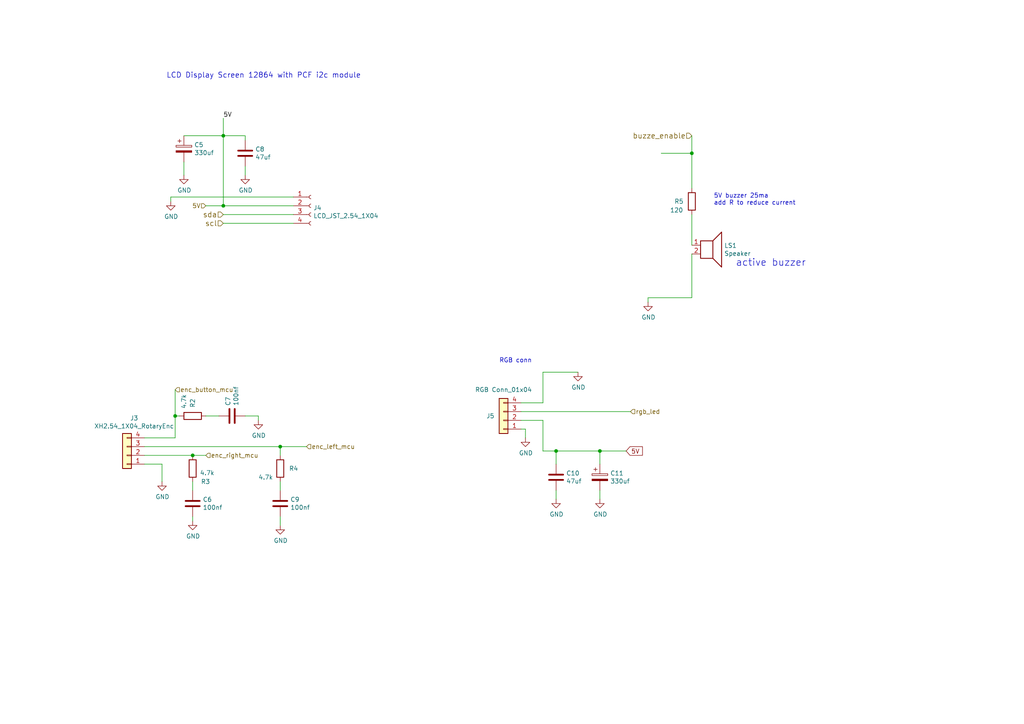
<source format=kicad_sch>
(kicad_sch (version 20211123) (generator eeschema)
  (paper "A4")
  (lib_symbols
    (symbol "Connector:Conn_01x04_Female" (pin_names (offset 1.016) hide)
      (property "Reference" "J" (at 0 5.08 0))
      (property "Value" "Conn_01x04_Female" (at 0 -7.62 0))
      (symbol "Conn_01x04_Female_1_1"
        (arc (start 0 -4.572) (mid -0.508 -5.08) (end 0 -5.588) (stroke (width 0.1524)))
        (arc (start 0 -2.032) (mid -0.508 -2.54) (end 0 -3.048) (stroke (width 0.1524)))
        (polyline (pts (xy -1.27 -5.08) (xy -0.508 -5.08)) (stroke (width 0.1524)))
        (polyline (pts (xy -1.27 -2.54) (xy -0.508 -2.54)) (stroke (width 0.1524)))
        (polyline (pts (xy -1.27 0) (xy -0.508 0)) (stroke (width 0.1524)))
        (polyline (pts (xy -1.27 2.54) (xy -0.508 2.54)) (stroke (width 0.1524)))
        (arc (start 0 0.508) (mid -0.508 0) (end 0 -0.508) (stroke (width 0.1524)))
        (arc (start 0 3.048) (mid -0.508 2.54) (end 0 2.032) (stroke (width 0.1524)))
        (pin passive line (at -5.08 2.54 0) (length 3.81) (name "Pin_1") (number "1"))
        (pin passive line (at -5.08 0 0) (length 3.81) (name "Pin_2") (number "2"))
        (pin passive line (at -5.08 -2.54 0) (length 3.81) (name "Pin_3") (number "3"))
        (pin passive line (at -5.08 -5.08 0) (length 3.81) (name "Pin_4") (number "4"))
      )
    )
    (symbol "Connector_Generic:Conn_01x04" (pin_names (offset 1.016) hide)
      (property "Reference" "J" (at 0 5.08 0))
      (property "Value" "Conn_01x04" (at 0 -7.62 0))
      (symbol "Conn_01x04_1_1"
        (rectangle (start -1.27 -4.953) (end 0 -5.207) (stroke (width 0.1524)))
        (rectangle (start -1.27 -2.413) (end 0 -2.667) (stroke (width 0.1524)))
        (rectangle (start -1.27 0.127) (end 0 -0.127) (stroke (width 0.1524)))
        (rectangle (start -1.27 2.667) (end 0 2.413) (stroke (width 0.1524)))
        (rectangle (start -1.27 3.81) (end 1.27 -6.35) (stroke (width 0.254)) (fill (type background)))
        (pin passive line (at -5.08 2.54 0) (length 3.81) (name "Pin_1") (number "1"))
        (pin passive line (at -5.08 0 0) (length 3.81) (name "Pin_2") (number "2"))
        (pin passive line (at -5.08 -2.54 0) (length 3.81) (name "Pin_3") (number "3"))
        (pin passive line (at -5.08 -5.08 0) (length 3.81) (name "Pin_4") (number "4"))
      )
    )
    (symbol "Device:C" (pin_numbers hide) (pin_names (offset 0.254))
      (property "Reference" "C" (at 0.635 2.54 0))
      (property "Value" "C" (at 0.635 -2.54 0))
      (symbol "C_0_1"
        (polyline (pts (xy -2.032 -0.762) (xy 2.032 -0.762)) (stroke (width 0.508)))
        (polyline (pts (xy -2.032 0.762) (xy 2.032 0.762)) (stroke (width 0.508)))
      )
      (symbol "C_1_1"
        (pin passive line (at 0 3.81 270) (length 2.794) (name "~") (number "1"))
        (pin passive line (at 0 -3.81 90) (length 2.794) (name "~") (number "2"))
      )
    )
    (symbol "Device:R" (pin_numbers hide) (pin_names (offset 0))
      (property "Reference" "R" (at 2.032 0 90))
      (property "Value" "R" (at 0 0 90))
      (symbol "R_0_1"
        (rectangle (start -1.016 -2.54) (end 1.016 2.54) (stroke (width 0.254)))
      )
      (symbol "R_1_1"
        (pin passive line (at 0 3.81 270) (length 1.27) (name "~") (number "1"))
        (pin passive line (at 0 -3.81 90) (length 1.27) (name "~") (number "2"))
      )
    )
    (symbol "Device:Speaker" (pin_names (offset 0) hide)
      (property "Reference" "LS" (at 1.27 5.715 0))
      (property "Value" "Speaker" (at 1.27 3.81 0))
      (symbol "Speaker_0_0"
        (rectangle (start -2.54 1.27) (end 1.016 -3.81) (stroke (width 0.254)))
        (polyline (pts (xy 1.016 1.27) (xy 3.556 3.81) (xy 3.556 -6.35) (xy 1.016 -3.81)) (stroke (width 0.254)))
      )
      (symbol "Speaker_1_1"
        (pin input line (at -5.08 0 0) (length 2.54) (name "1") (number "1"))
        (pin input line (at -5.08 -2.54 0) (length 2.54) (name "2") (number "2"))
      )
    )
    (symbol "pid_smt_oven-rescue:CP-Device" (pin_numbers hide) (pin_names (offset 0.254))
      (property "Reference" "C" (at 0.635 2.54 0))
      (property "Value" "CP-Device" (at 0.635 -2.54 0))
      (symbol "CP-Device_0_1"
        (rectangle (start -2.286 0.508) (end 2.286 1.016))
        (polyline (pts (xy -1.778 2.286) (xy -0.762 2.286)))
        (polyline (pts (xy -1.27 2.794) (xy -1.27 1.778)))
        (rectangle (start 2.286 -0.508) (end -2.286 -1.016) (fill (type outline)))
      )
      (symbol "CP-Device_1_1"
        (pin passive line (at 0 3.81 270) (length 2.794) (name "~") (number "1"))
        (pin passive line (at 0 -3.81 90) (length 2.794) (name "~") (number "2"))
      )
    )
    (symbol "power:GND" (power) (pin_names (offset 0))
      (property "Value" "GND" (at 0 -3.81 0))
      (symbol "GND_0_1"
        (polyline (pts (xy 0 0) (xy 0 -1.27) (xy 1.27 -1.27) (xy 0 -2.54) (xy -1.27 -1.27) (xy 0 -1.27)))
      )
      (symbol "GND_1_1"
        (pin power_in line (at 0 0 270) (length 0) hide (name "GND") (number "1"))
      )
    )
  )
  (junction (at 64.77 39.37))
  (junction (at 64.77 59.69))
  (junction (at 55.88 132.08))
  (junction (at 200.66 44.45))
  (junction (at 173.99 130.81))
  (junction (at 81.28 129.54))
  (junction (at 50.8 120.65))
  (junction (at 161.29 130.81))
  (wire (pts (xy 50.8 120.65) (xy 50.8 127)))
  (wire (pts (xy 152.4 124.46) (xy 151.13 124.46)))
  (wire (pts (xy 173.99 130.81) (xy 181.61 130.81)))
  (wire (pts (xy 161.29 130.81) (xy 161.29 134.62)))
  (wire (pts (xy 64.77 59.69) (xy 85.09 59.69)))
  (wire (pts (xy 200.66 73.66) (xy 200.66 86.36)))
  (wire (pts (xy 81.28 139.7) (xy 81.28 142.24)))
  (wire (pts (xy 74.93 121.92) (xy 74.93 120.65)))
  (wire (pts (xy 71.12 48.26) (xy 71.12 50.8)))
  (wire (pts (xy 50.8 113.03) (xy 50.8 120.65)))
  (wire (pts (xy 173.99 142.24) (xy 173.99 144.78)))
  (wire (pts (xy 53.34 46.99) (xy 53.34 50.8)))
  (wire (pts (xy 187.96 86.36) (xy 200.66 86.36)))
  (wire (pts (xy 173.99 134.62) (xy 173.99 130.81)))
  (wire (pts (xy 64.77 64.77) (xy 85.09 64.77)))
  (wire (pts (xy 52.07 120.65) (xy 50.8 120.65)))
  (wire (pts (xy 55.88 132.08) (xy 59.69 132.08)))
  (wire (pts (xy 157.48 107.95) (xy 167.64 107.95)))
  (wire (pts (xy 157.48 116.84) (xy 157.48 107.95)))
  (wire (pts (xy 63.5 120.65) (xy 59.69 120.65)))
  (wire (pts (xy 157.48 130.81) (xy 161.29 130.81)))
  (wire (pts (xy 49.53 57.15) (xy 85.09 57.15)))
  (wire (pts (xy 200.66 62.23) (xy 200.66 71.12)))
  (wire (pts (xy 152.4 127) (xy 152.4 124.46)))
  (wire (pts (xy 81.28 149.86) (xy 81.28 152.4)))
  (wire (pts (xy 74.93 120.65) (xy 71.12 120.65)))
  (wire (pts (xy 41.91 129.54) (xy 81.28 129.54)))
  (wire (pts (xy 71.12 40.64) (xy 71.12 39.37)))
  (wire (pts (xy 151.13 116.84) (xy 157.48 116.84)))
  (wire (pts (xy 64.77 39.37) (xy 64.77 59.69)))
  (wire (pts (xy 200.66 44.45) (xy 200.66 54.61)))
  (wire (pts (xy 187.96 86.36) (xy 187.96 87.63)))
  (wire (pts (xy 200.66 39.37) (xy 200.66 44.45)))
  (wire (pts (xy 55.88 151.13) (xy 55.88 149.86)))
  (wire (pts (xy 81.28 132.08) (xy 81.28 129.54)))
  (wire (pts (xy 81.28 129.54) (xy 88.9 129.54)))
  (wire (pts (xy 161.29 130.81) (xy 173.99 130.81)))
  (wire (pts (xy 41.91 132.08) (xy 55.88 132.08)))
  (wire (pts (xy 151.13 121.92) (xy 157.48 121.92)))
  (wire (pts (xy 46.99 134.62) (xy 46.99 139.7)))
  (wire (pts (xy 59.69 59.69) (xy 64.77 59.69)))
  (wire (pts (xy 55.88 139.7) (xy 55.88 142.24)))
  (wire (pts (xy 71.12 39.37) (xy 64.77 39.37)))
  (wire (pts (xy 157.48 121.92) (xy 157.48 130.81)))
  (wire (pts (xy 64.77 34.29) (xy 64.77 39.37)))
  (wire (pts (xy 49.53 58.42) (xy 49.53 57.15)))
  (wire (pts (xy 151.13 119.38) (xy 182.88 119.38)))
  (wire (pts (xy 161.29 142.24) (xy 161.29 144.78)))
  (wire (pts (xy 53.34 39.37) (xy 64.77 39.37)))
  (wire (pts (xy 191.77 44.45) (xy 200.66 44.45)))
  (wire (pts (xy 64.77 62.23) (xy 85.09 62.23)))
  (wire (pts (xy 41.91 134.62) (xy 46.99 134.62)))
  (wire (pts (xy 41.91 127) (xy 50.8 127)))
  (text "active buzzer" (at 213.36 77.47 0) (effects (font (size 2.0066 2.0066)) (justify left bottom)))
  (text "RGB conn" (at 144.78 105.41 0) (effects (font (size 1.27 1.27)) (justify left bottom)))
  (text "5V buzzer 25ma\nadd R to reduce current" (at 207.01 59.69 0) (effects (font (size 1.27 1.27)) (justify left bottom)))
  (text "LCD Display Screen 12864 with PCF i2c module" (at 48.26 22.86 0) (effects (font (size 1.524 1.524)) (justify left bottom)))
  (label "5V" (at 64.77 34.29 0))
  (global_label "5V" (shape input) (at 181.61 130.81 0) (property "Intersheet References" "${INTERSHEET_REFS}" (effects hide)))
  (hierarchical_label "scl" (shape input) (at 64.77 64.77 180) (effects (font (size 1.524 1.524))))
  (hierarchical_label "enc_left_mcu" (shape input) (at 88.9 129.54 0))
  (hierarchical_label "buzze_enable" (shape input) (at 200.66 39.37 180) (effects (font (size 1.524 1.524))))
  (hierarchical_label "enc_button_mcu" (shape input) (at 50.8 113.03 0))
  (hierarchical_label "sda" (shape input) (at 64.77 62.23 180) (effects (font (size 1.524 1.524))))
  (hierarchical_label "5V" (shape input) (at 59.69 59.69 180))
  (hierarchical_label "enc_right_mcu" (shape input) (at 59.69 132.08 0))
  (hierarchical_label "rgb_led" (shape input) (at 182.88 119.38 0))
  (symbol (lib_id "Connector:Conn_01x04_Female") (at 90.17 59.69 0) (unit 1)
    (property "Reference" "J4" (at 90.8812 60.2996 0) (effects (justify left)))
    (property "Value" "LCD_JST_2.54_1X04" (at 90.8812 62.611 0) (effects (justify left)))
    (property "Footprint" "myFootPrintLibs:Molex_KK-254_1x04_P2.54mm_Vertical_order" (effects hide))
  )
  (symbol (lib_id "power:GND") (at 49.53 58.42 0) (unit 1)
    (property "Reference" "#PWR09" (effects hide))
    (property "Value" "GND" (at 49.657 62.8142 0))
  )
  (symbol (lib_id "Device:Speaker") (at 205.74 71.12 0) (unit 1)
    (property "Reference" "LS1" (at 210.058 71.2216 0) (effects (justify left)))
    (property "Value" "Speaker" (at 210.058 73.533 0) (effects (justify left)))
    (property "Footprint" "myFootPrintLibs:Buzzer_12x9.5RM7.6" (effects hide))
  )
  (symbol (lib_id "pid_smt_oven-rescue:CP-Device") (at 53.34 43.18 0) (unit 1)
    (property "Reference" "C5" (at 56.3372 42.0116 0) (effects (justify left)))
    (property "Value" "330uf" (at 56.3372 44.323 0) (effects (justify left)))
    (property "Footprint" "myFootPrintLibs:CP_EIA-7343-20_Kemet-V_Pad2.25x2.55mm_HandSolder" (effects hide))
  )
  (symbol (lib_id "power:GND") (at 53.34 50.8 0) (unit 1)
    (property "Reference" "#PWR010" (effects hide))
    (property "Value" "GND" (at 53.467 55.1942 0))
  )
  (symbol (lib_id "Connector_Generic:Conn_01x04") (at 36.83 132.08 180) (unit 1)
    (property "Reference" "J3" (at 38.9128 121.285 0))
    (property "Value" "XH2.54_1X04_RotaryEnc" (at 38.9128 123.5964 0))
    (property "Footprint" "myFootPrintLibs:JST_XH_1x04_P2.54mm_Vertical" (effects hide))
  )
  (symbol (lib_id "power:GND") (at 46.99 139.7 0) (unit 1)
    (property "Reference" "#PWR08" (effects hide))
    (property "Value" "GND" (at 47.117 144.0942 0))
  )
  (symbol (lib_id "Device:R") (at 81.28 135.89 0) (unit 1)
    (property "Reference" "R4" (at 83.82 135.89 0) (effects (justify left)))
    (property "Value" "4.7k" (at 74.93 138.43 0) (effects (justify left)))
    (property "Footprint" "myFootPrintLibs:R_C_0805_2012Metric_Pad1.20x1.50mm_HandSolder" (effects hide))
  )
  (symbol (lib_id "Device:R") (at 55.88 120.65 270) (unit 1)
    (property "Reference" "R2" (at 55.88 115.57 0) (effects (justify left)))
    (property "Value" "4.7k" (at 53.34 114.3 0) (effects (justify left)))
    (property "Footprint" "myFootPrintLibs:R_C_0805_2012Metric_Pad1.20x1.50mm_HandSolder" (effects hide))
  )
  (symbol (lib_id "Device:R") (at 55.88 135.89 180) (unit 1)
    (property "Reference" "R3" (at 60.96 139.7 0) (effects (justify left)))
    (property "Value" "4.7k" (at 62.23 137.16 0) (effects (justify left)))
    (property "Footprint" "myFootPrintLibs:R_C_0805_2012Metric_Pad1.20x1.50mm_HandSolder" (effects hide))
  )
  (symbol (lib_id "Device:C") (at 67.31 120.65 90) (unit 1)
    (property "Reference" "C7" (at 66.1416 117.729 0) (effects (justify left)))
    (property "Value" "100nf" (at 68.453 117.729 0) (effects (justify left)))
    (property "Footprint" "myFootPrintLibs:R_C_0805_2012Metric_Pad1.20x1.50mm_HandSolder" (effects hide))
  )
  (symbol (lib_id "power:GND") (at 74.93 121.92 0) (unit 1)
    (property "Reference" "#PWR013" (effects hide))
    (property "Value" "GND" (at 75.057 126.3142 0))
  )
  (symbol (lib_id "Device:C") (at 55.88 146.05 0) (unit 1)
    (property "Reference" "C6" (at 58.801 144.8816 0) (effects (justify left)))
    (property "Value" "100nf" (at 58.801 147.193 0) (effects (justify left)))
    (property "Footprint" "myFootPrintLibs:R_C_0805_2012Metric_Pad1.20x1.50mm_HandSolder" (effects hide))
  )
  (symbol (lib_id "power:GND") (at 55.88 151.13 0) (unit 1)
    (property "Reference" "#PWR011" (effects hide))
    (property "Value" "GND" (at 56.007 155.5242 0))
  )
  (symbol (lib_id "Device:C") (at 81.28 146.05 0) (unit 1)
    (property "Reference" "C9" (at 84.201 144.8816 0) (effects (justify left)))
    (property "Value" "100nf" (at 84.201 147.193 0) (effects (justify left)))
    (property "Footprint" "myFootPrintLibs:R_C_0805_2012Metric_Pad1.20x1.50mm_HandSolder" (effects hide))
  )
  (symbol (lib_id "power:GND") (at 81.28 152.4 0) (unit 1)
    (property "Reference" "#PWR014" (effects hide))
    (property "Value" "GND" (at 81.407 156.7942 0))
  )
  (symbol (lib_id "power:GND") (at 161.29 144.78 0) (unit 1)
    (property "Reference" "#PWR016" (effects hide))
    (property "Value" "GND" (at 161.417 149.1742 0))
  )
  (symbol (lib_id "Device:R") (at 200.66 58.42 0) (unit 1)
    (property "Reference" "R5" (at 195.58 58.42 0) (effects (justify left)))
    (property "Value" "120" (at 194.31 60.96 0) (effects (justify left)))
    (property "Footprint" "myFootPrintLibs:R_C_0805_2012Metric_Pad1.20x1.50mm_HandSolder" (effects hide))
  )
  (symbol (lib_id "Device:C") (at 71.12 44.45 0) (unit 1)
    (property "Reference" "C8" (at 74.041 43.2816 0) (effects (justify left)))
    (property "Value" "47uf" (at 74.041 45.593 0) (effects (justify left)))
    (property "Footprint" "myFootPrintLibs:R_C_0805_2012Metric_Pad1.20x1.50mm_HandSolder" (effects hide))
  )
  (symbol (lib_id "Connector_Generic:Conn_01x04") (at 146.05 121.92 180) (unit 1)
    (property "Reference" "J5" (at 142.24 120.65 0))
    (property "Value" "RGB Conn_01x04" (at 146.05 113.03 0))
    (property "Footprint" "myFootPrintLibs:Molex_KK-254_1x04_P2.54mm_Vertical_order" (effects hide))
  )
  (symbol (lib_id "power:GND") (at 173.99 144.78 0) (unit 1)
    (property "Reference" "#PWR018" (effects hide))
    (property "Value" "GND" (at 174.117 149.1742 0))
  )
  (symbol (lib_id "power:GND") (at 71.12 50.8 0) (unit 1)
    (property "Reference" "#PWR012" (effects hide))
    (property "Value" "GND" (at 71.247 55.1942 0))
  )
  (symbol (lib_id "pid_smt_oven-rescue:CP-Device") (at 173.99 138.43 0) (unit 1)
    (property "Reference" "C11" (at 176.9872 137.2616 0) (effects (justify left)))
    (property "Value" "330uf" (at 176.9872 139.573 0) (effects (justify left)))
    (property "Footprint" "myFootPrintLibs:CP_EIA-7343-20_Kemet-V_Pad2.25x2.55mm_HandSolder" (effects hide))
  )
  (symbol (lib_id "power:GND") (at 152.4 127 0) (unit 1)
    (property "Reference" "#PWR015" (effects hide))
    (property "Value" "GND" (at 152.527 131.3942 0))
  )
  (symbol (lib_id "Device:C") (at 161.29 138.43 0) (unit 1)
    (property "Reference" "C10" (at 164.211 137.2616 0) (effects (justify left)))
    (property "Value" "47uf" (at 164.211 139.573 0) (effects (justify left)))
    (property "Footprint" "myFootPrintLibs:R_C_0805_2012Metric_Pad1.20x1.50mm_HandSolder" (effects hide))
  )
  (symbol (lib_id "power:GND") (at 167.64 107.95 0) (unit 1)
    (property "Reference" "#PWR017" (effects hide))
    (property "Value" "GND" (at 167.767 112.3442 0))
  )
  (symbol (lib_id "power:GND") (at 187.96 87.63 0) (unit 1)
    (property "Reference" "#PWR019" (effects hide))
    (property "Value" "GND" (at 188.087 92.0242 0))
  )
)
</source>
